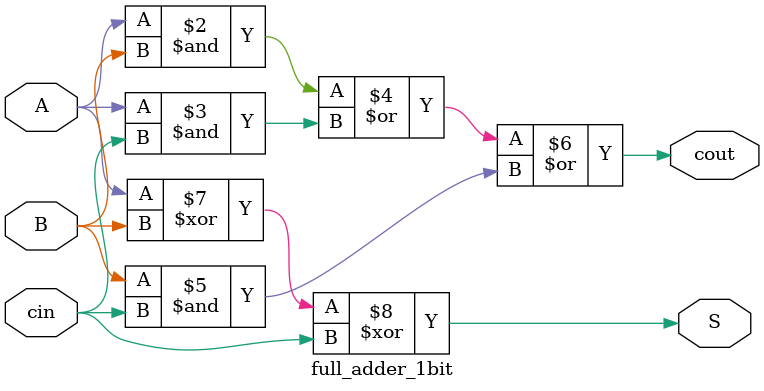
<source format=sv>
module full_adder_1bit
(
	input  logic  A, B,
	input  logic  cin,
	output logic  S,
	output logic  cout
);
	  
	  
	  always_comb
	  begin
		   cout = (A&B)|(A&cin)|(B&cin);
		   S = A^B^cin;
	  end 
     
endmodule


</source>
